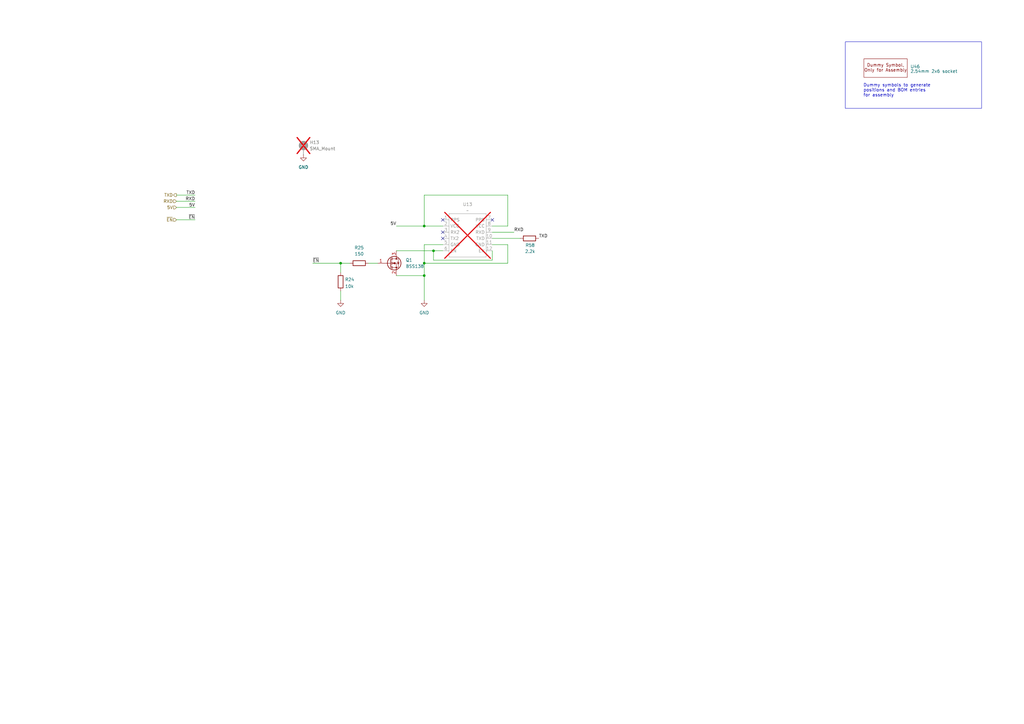
<source format=kicad_sch>
(kicad_sch (version 20250114) (generator "eeschema") (generator_version "9.0")
  (paper "A3")
  (title_block (title "OpenMower SABO Mainboard for Series I & II") (date "2025-02-26") (rev "v0.1") (company "Apeheanger <joerg@ebeling.ws> for OpenMower") (comment 1 "This design is licensed under CC BY-NC 4.0"))
  (lib_symbols
    (symbol "Device:R" (pin_numbers (hide yes)) (pin_names (offset 0))
      (property "Reference" "R" (at 2.032 0 90))
      (property "Value" "R" (at 0 0 90))
      (symbol "R_0_1"
        (rectangle (start -1.016 -2.54) (end 1.016 2.54) (stroke (width 0.254)))
      )
      (symbol "R_1_1"
        (pin passive line (at 0 3.81 270) (length 1.27) (name "~") (number "1"))
        (pin passive line (at 0 -3.81 90) (length 1.27) (name "~") (number "2"))
      )
    )
    (symbol "Mechanical:MountingHole_Pad" (pin_numbers (hide yes)) (pin_names (offset 1.016) (hide yes)) (exclude_from_sim yes) (in_bom no)
      (property "Reference" "H" (at 0 6.35 0))
      (property "Value" "MountingHole_Pad" (at 0 4.445 0))
      (symbol "MountingHole_Pad_0_1"
        (circle (center 0 1.27) (radius 1.27) (stroke (width 1.27)))
      )
      (symbol "MountingHole_Pad_1_1"
        (pin input line (at 0 -2.54 90) (length 2.54) (name "1") (number "1"))
      )
    )
    (symbol "Transistor_FET:BSS138" (pin_names (hide yes))
      (property "Reference" "Q" (at 5.08 1.905 0))
      (property "Value" "BSS138" (at 5.08 0 0))
      (symbol "BSS138_0_1"
        (polyline (pts (xy 0.254 1.905) (xy 0.254 -1.905)) (stroke (width 0.254)))
        (polyline (pts (xy 0.254 0) (xy -2.54 0)))
        (polyline (pts (xy 0.762 2.286) (xy 0.762 1.27)) (stroke (width 0.254)))
        (polyline (pts (xy 0.762 0.508) (xy 0.762 -0.508)) (stroke (width 0.254)))
        (polyline (pts (xy 0.762 -1.27) (xy 0.762 -2.286)) (stroke (width 0.254)))
        (polyline (pts (xy 0.762 -1.778) (xy 3.302 -1.778) (xy 3.302 1.778) (xy 0.762 1.778)))
        (polyline (pts (xy 1.016 0) (xy 2.032 0.381) (xy 2.032 -0.381) (xy 1.016 0)) (fill (type outline)))
        (circle (center 1.651 0) (radius 2.794) (stroke (width 0.254)))
        (polyline (pts (xy 2.54 2.54) (xy 2.54 1.778)))
        (circle (center 2.54 1.778) (radius 0.254) (fill (type outline)))
        (circle (center 2.54 -1.778) (radius 0.254) (fill (type outline)))
        (polyline (pts (xy 2.54 -2.54) (xy 2.54 0) (xy 0.762 0)))
        (polyline (pts (xy 2.794 0.508) (xy 2.921 0.381) (xy 3.683 0.381) (xy 3.81 0.254)))
        (polyline (pts (xy 3.302 0.381) (xy 2.921 -0.254) (xy 3.683 -0.254) (xy 3.302 0.381)))
      )
      (symbol "BSS138_1_1"
        (pin input line (at -5.08 0 0) (length 2.54) (name "G") (number "1"))
        (pin passive line (at 2.54 5.08 270) (length 2.54) (name "D") (number "3"))
        (pin passive line (at 2.54 -5.08 90) (length 2.54) (name "S") (number "2"))
      )
    )
    (symbol "power:GND" (power) (pin_numbers (hide yes)) (pin_names (offset 0) (hide yes))
      (property "Value" "GND" (at 0 -3.81 0))
      (symbol "GND_0_1"
        (polyline (pts (xy 0 0) (xy 0 -1.27) (xy 1.27 -1.27) (xy 0 -2.54) (xy -1.27 -1.27) (xy 0 -1.27)))
      )
      (symbol "GND_1_1"
        (pin power_in line (at 0 0 270) (length 0) (name "~") (number "1"))
      )
    )
    (symbol "xtech:Dummy"
      (property "Reference" "U" (at 0 0 0))
      (symbol "Dummy_0_1"
        (rectangle (start 0 7.62) (end 17.78 0))
      )
      (symbol "Dummy_1_1"
        (text "Dummy Symbol,\nOnly for Assembly" (at 8.89 4.064 0) (effects (font (size 1.27 1.27))))
      )
    )
    (symbol "xtech:UM9xx_WitMotion"
      (property "Reference" "U" (at 7.62 1.016 0))
      (symbol "UM9xx_WitMotion_0_1"
        (rectangle (start 0 20.32) (end 15.24 2.54))
      )
      (symbol "UM9xx_WitMotion_1_1"
        (pin output line (at -2.54 17.78 0) (length 2.54) (name "PPS") (number "1"))
        (pin input line (at -2.54 15.24 0) (length 2.54) (name "VCC") (number "2"))
        (pin input line (at -2.54 12.7 0) (length 2.54) (name "RX2") (number "3"))
        (pin output line (at -2.54 10.16 0) (length 2.54) (name "TX2") (number "4"))
        (pin input line (at -2.54 7.62 0) (length 2.54) (name "GND") (number "5"))
        (pin output line (at -2.54 5.08 0) (length 2.54) (name "EN") (number "6"))
        (pin output line (at 17.78 17.78 180) (length 2.54) (name "PPS") (number "7"))
        (pin input line (at 17.78 15.24 180) (length 2.54) (name "VCC") (number "8"))
        (pin input line (at 17.78 12.7 180) (length 2.54) (name "RXD") (number "9"))
        (pin output line (at 17.78 10.16 180) (length 2.54) (name "TXD") (number "10"))
        (pin input line (at 17.78 7.62 180) (length 2.54) (name "GND") (number "11"))
        (pin output line (at 17.78 5.08 180) (length 2.54) (name "EN") (number "12"))
      )
    )
  )
  (rectangle (start 346.71 17.145) (end 402.59 44.45))
  (text "Dummy symbols to generate \npositions and BOM entries\nfor assembly" (at 354.076 37.084 0) (effects (font (size 1.27 1.27)) (justify left)))
  (junction (at 139.7 107.95))
  (junction (at 173.99 113.03))
  (junction (at 173.99 107.95))
  (junction (at 177.8 102.87))
  (junction (at 173.99 92.71))
  (no_connect (at 201.93 90.17))
  (no_connect (at 181.61 97.79))
  (no_connect (at 181.61 95.25))
  (no_connect (at 181.61 90.17))
  (wire (pts (xy 80.01 82.55) (xy 72.39 82.55)))
  (wire (pts (xy 151.13 107.95) (xy 154.94 107.95)))
  (wire (pts (xy 201.93 102.87) (xy 201.93 106.68)))
  (wire (pts (xy 201.93 100.33) (xy 208.28 100.33)))
  (wire (pts (xy 139.7 107.95) (xy 139.7 111.76)))
  (wire (pts (xy 162.56 102.87) (xy 177.8 102.87)))
  (wire (pts (xy 208.28 107.95) (xy 173.99 107.95)))
  (wire (pts (xy 201.93 97.79) (xy 213.36 97.79)))
  (wire (pts (xy 201.93 106.68) (xy 177.8 106.68)))
  (wire (pts (xy 162.56 113.03) (xy 173.99 113.03)))
  (wire (pts (xy 162.56 92.71) (xy 173.99 92.71)))
  (wire (pts (xy 173.99 92.71) (xy 181.61 92.71)))
  (wire (pts (xy 208.28 100.33) (xy 208.28 107.95)))
  (wire (pts (xy 210.82 95.25) (xy 201.93 95.25)))
  (wire (pts (xy 208.28 92.71) (xy 208.28 80.01)))
  (wire (pts (xy 177.8 106.68) (xy 177.8 102.87)))
  (wire (pts (xy 139.7 107.95) (xy 143.51 107.95)))
  (wire (pts (xy 128.27 107.95) (xy 139.7 107.95)))
  (wire (pts (xy 139.7 123.19) (xy 139.7 119.38)))
  (wire (pts (xy 173.99 113.03) (xy 173.99 123.19)))
  (wire (pts (xy 201.93 92.71) (xy 208.28 92.71)))
  (wire (pts (xy 181.61 100.33) (xy 173.99 100.33)))
  (wire (pts (xy 177.8 102.87) (xy 181.61 102.87)))
  (wire (pts (xy 72.39 90.17) (xy 80.01 90.17)))
  (wire (pts (xy 173.99 107.95) (xy 173.99 113.03)))
  (wire (pts (xy 173.99 80.01) (xy 173.99 92.71)))
  (wire (pts (xy 173.99 100.33) (xy 173.99 107.95)))
  (wire (pts (xy 72.39 80.01) (xy 80.01 80.01)))
  (wire (pts (xy 72.39 85.09) (xy 80.01 85.09)))
  (wire (pts (xy 208.28 80.01) (xy 173.99 80.01)))
  (label "5V" (at 162.56 92.71 180))
  (label "TXD" (at 220.98 97.79 0))
  (label "TXD" (at 80.01 80.01 180))
  (label "~{EN}" (at 80.01 90.17 180))
  (label "RXD" (at 210.82 95.25 0))
  (label "5V" (at 80.01 85.09 180))
  (label "~{EN}" (at 128.27 107.95 0))
  (label "RXD" (at 80.01 82.55 180))
  (hierarchical_label "RXD" (shape input) (at 72.39 82.55 180))
  (hierarchical_label "~{EN}" (shape input) (at 72.39 90.17 180))
  (hierarchical_label "TXD" (shape output) (at 72.39 80.01 180))
  (hierarchical_label "5V" (shape input) (at 72.39 85.09 180))
  (symbol (lib_id "power:GND") (at 173.99 123.19 0) (unit 1)
    (property "Reference" "#PWR0152" (effects (hide yes)))
    (property "Value" "GND" (at 173.99 128.27 0))
    (property "Description" "Power symbol creates a global label with name \"GND\" , ground" (effects (hide yes)))
  )
  (symbol (lib_id "power:GND") (at 124.46 63.5 0) (unit 1)
    (property "Reference" "#PWR032" (effects (hide yes)))
    (property "Value" "GND" (at 124.46 68.58 0))
    (property "Description" "Power symbol creates a global label with name \"GND\" , ground" (effects (hide yes)))
  )
  (symbol (lib_id "xtech:UM9xx_WitMotion") (at 184.15 107.95 0) (unit 1) (dnp yes)
    (property "Reference" "U13" (at 191.77 83.82 0))
    (property "Value" "~" (at 191.77 86.36 0))
    (property "Footprint" "xtech:UM9XX_WitMotion" (effects (hide yes)))
  )
  (symbol (lib_id "power:GND") (at 139.7 123.19 0) (unit 1)
    (property "Reference" "#PWR055" (effects (hide yes)))
    (property "Value" "GND" (at 139.7 128.27 0))
    (property "Description" "Power symbol creates a global label with name \"GND\" , ground" (effects (hide yes)))
  )
  (symbol (lib_id "Device:R") (at 217.17 97.79 90) (unit 1)
    (property "Reference" "R58" (at 217.424 100.584 90))
    (property "Value" "2.2k" (at 217.424 103.124 90))
    (property "Footprint" "Resistor_SMD:R_0805_2012Metric" (effects (hide yes)))
    (property "Description" "Resistor" (effects (hide yes)))
    (property "JLC" "C17520" (effects (hide yes)))
  )
  (symbol (lib_id "Device:R") (at 139.7 115.57 180) (unit 1)
    (property "Reference" "R24" (at 141.478 114.6615 0) (effects (justify right)))
    (property "Value" "10k" (at 141.478 117.4366 0) (effects (justify right)))
    (property "Footprint" "Resistor_SMD:R_0805_2012Metric_Pad1.20x1.40mm_HandSolder" (effects (hide yes)))
    (property "Digikey" "738-RMCF0805FG10K0CT-ND" (effects (hide yes)))
    (property "Stock_PN" "R-805-10K-.125W-1%" (effects (hide yes)))
    (property "JLC" "C17414" (effects (hide yes)))
  )
  (symbol (lib_id "Mechanical:MountingHole_Pad") (at 124.46 60.96 0) (unit 1) (exclude_from_sim yes) (in_bom no) (dnp yes)
    (property "Reference" "H13" (at 127 58.4199 0) (effects (justify left)))
    (property "Value" "SMA_Mount" (at 127 60.9599 0) (effects (justify left)))
    (property "Footprint" "local_Connectors:SMA_Mount_Hole_7mm_Pad_Via_Top_10_Bottom_13" (effects (hide yes)))
    (property "Description" "Mounting Hole with connection" (effects (hide yes)))
  )
  (symbol (lib_id "Device:R") (at 147.32 107.95 90) (unit 1)
    (property "Reference" "R25" (at 147.32 101.6 90))
    (property "Value" "150" (at 147.32 104.14 90))
    (property "Footprint" "Resistor_SMD:R_0805_2012Metric_Pad1.20x1.40mm_HandSolder" (effects (hide yes)))
    (property "Stock_PN" "R-805-150-.125W-1%" (effects (hide yes)))
    (property "Digikey" "311-150CRCT-ND" (effects (hide yes)))
    (property "JLC" "C17471" (effects (hide yes)))
  )
  (symbol (lib_id "xtech:Dummy") (at 354.33 31.75 0) (unit 1)
    (property "Reference" "U46" (at 373.38 27.3049 0) (effects (justify left)))
    (property "Value" "2.54mm 2x6 socket" (at 373.38 29.21 0) (effects (justify left)))
    (property "Footprint" "xtech:Dummy" (effects (hide yes)))
    (property "JLC" "C718230" (effects (hide yes)))
  )
  (symbol (lib_id "Transistor_FET:BSS138") (at 160.02 107.95 0) (unit 1)
    (property "Reference" "Q1" (at 166.37 106.6799 0) (effects (justify left)))
    (property "Value" "BSS138" (at 166.37 109.2199 0) (effects (justify left)))
    (property "Footprint" "Package_TO_SOT_SMD:SOT-23" (effects (hide yes)))
    (property "Datasheet" "https://www.onsemi.com/pub/Collateral/BSS138-D.PDF" (effects (hide yes)))
    (property "Stock_PN" "Q-AP2300" (effects (hide yes)))
    (property "Digikey" "BSS138K-13DICT-ND" (effects (hide yes)))
    (property "JLC" "C3040446" (effects (hide yes)))
  )
)
</source>
